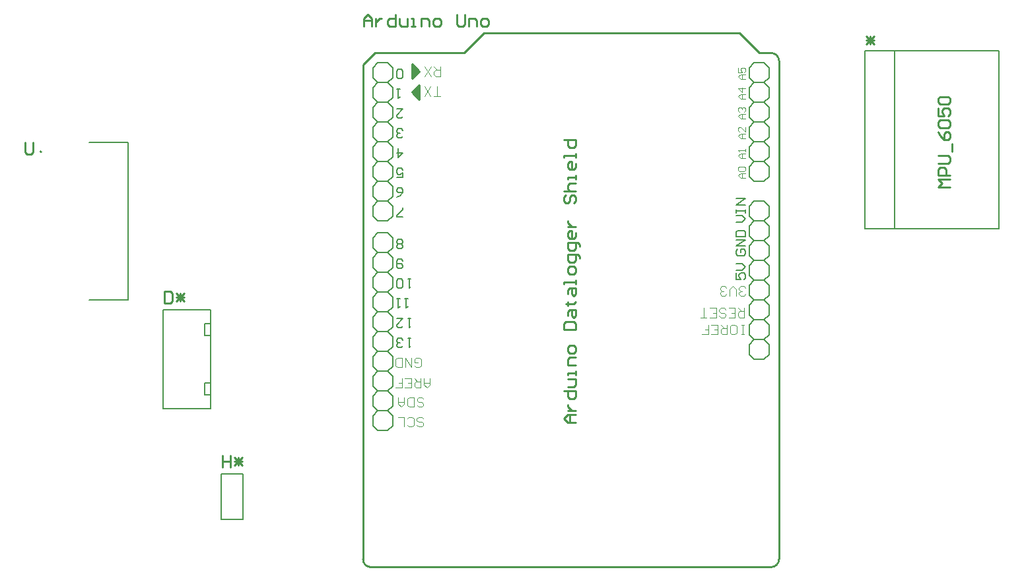
<source format=gto>
G04*
G04 #@! TF.GenerationSoftware,Altium Limited,Altium Designer,23.9.2 (47)*
G04*
G04 Layer_Color=65535*
%FSLAX44Y44*%
%MOMM*%
G71*
G04*
G04 #@! TF.SameCoordinates,78F578D7-C6A0-49DB-A759-4A378E73C2F3*
G04*
G04*
G04 #@! TF.FilePolarity,Positive*
G04*
G01*
G75*
%ADD10C,0.2000*%
%ADD11C,0.2540*%
%ADD12C,0.1270*%
%ADD13C,0.1524*%
%ADD14C,0.3048*%
%ADD15C,0.1451*%
%ADD16C,0.1036*%
%ADD17C,0.1209*%
D10*
X352130Y967740D02*
G03*
X352130Y967740I-1000J0D01*
G01*
X561340Y655320D02*
X568960D01*
X561340D02*
Y670560D01*
X568960D01*
X561340Y731520D02*
X568960D01*
X561340D02*
Y746760D01*
X568960D01*
X508000Y764540D02*
X568960D01*
Y637540D02*
Y764540D01*
X508000Y637540D02*
X568960D01*
X508000D02*
Y764540D01*
X610870Y495300D02*
Y553720D01*
X582930D02*
X610870D01*
X582930Y495300D02*
Y553720D01*
Y495300D02*
X610870D01*
X1446530Y1097280D02*
X1446530Y868680D01*
X1408430D02*
X1579880D01*
Y1097280D01*
X1408430D02*
X1579880D01*
X1408430Y868680D02*
Y1097280D01*
D11*
X1297940Y1084834D02*
G03*
X1287780Y1094740I-10033J-127D01*
G01*
Y434340D02*
G03*
X1297940Y444500I0J10160D01*
G01*
X764540D02*
G03*
X774446Y434340I10033J-127D01*
G01*
X764540Y444500D02*
Y1079500D01*
X779780Y1094740D01*
X894080D01*
X919480Y1120140D02*
X1247140D01*
X1272540Y1094740D01*
X1287780D01*
X1297940Y444500D02*
Y1084834D01*
X774446Y434340D02*
X1287780D01*
X894080Y1094740D02*
X919480Y1120140D01*
X1037540Y619940D02*
X1027383D01*
X1022305Y625018D01*
X1027383Y630097D01*
X1037540D01*
X1029922D01*
Y619940D01*
X1027383Y635175D02*
X1037540D01*
X1032462D01*
X1029922Y637714D01*
X1027383Y640253D01*
Y642793D01*
X1022305Y660567D02*
X1037540D01*
Y652949D01*
X1035001Y650410D01*
X1029922D01*
X1027383Y652949D01*
Y660567D01*
Y665645D02*
X1035001D01*
X1037540Y668184D01*
Y675802D01*
X1027383D01*
X1037540Y680880D02*
Y685959D01*
Y683419D01*
X1027383D01*
Y680880D01*
X1037540Y693576D02*
X1027383D01*
Y701194D01*
X1029922Y703733D01*
X1037540D01*
Y711350D02*
Y716429D01*
X1035001Y718968D01*
X1029922D01*
X1027383Y716429D01*
Y711350D01*
X1029922Y708811D01*
X1035001D01*
X1037540Y711350D01*
X1022305Y739281D02*
X1037540D01*
Y746899D01*
X1035001Y749438D01*
X1024844D01*
X1022305Y746899D01*
Y739281D01*
X1027383Y757056D02*
Y762134D01*
X1029922Y764673D01*
X1037540D01*
Y757056D01*
X1035001Y754516D01*
X1032462Y757056D01*
Y764673D01*
X1024844Y772291D02*
X1027383D01*
Y769752D01*
Y774830D01*
Y772291D01*
X1035001D01*
X1037540Y774830D01*
X1027383Y784987D02*
Y790065D01*
X1029922Y792604D01*
X1037540D01*
Y784987D01*
X1035001Y782447D01*
X1032462Y784987D01*
Y792604D01*
X1037540Y797682D02*
Y802761D01*
Y800222D01*
X1022305D01*
Y797682D01*
X1037540Y812918D02*
Y817996D01*
X1035001Y820535D01*
X1029922D01*
X1027383Y817996D01*
Y812918D01*
X1029922Y810378D01*
X1035001D01*
X1037540Y812918D01*
X1042618Y830692D02*
Y833231D01*
X1040079Y835770D01*
X1027383D01*
Y828153D01*
X1029922Y825613D01*
X1035001D01*
X1037540Y828153D01*
Y835770D01*
X1042618Y845927D02*
Y848466D01*
X1040079Y851005D01*
X1027383D01*
Y843388D01*
X1029922Y840848D01*
X1035001D01*
X1037540Y843388D01*
Y851005D01*
Y863701D02*
Y858623D01*
X1035001Y856084D01*
X1029922D01*
X1027383Y858623D01*
Y863701D01*
X1029922Y866240D01*
X1032462D01*
Y856084D01*
X1027383Y871319D02*
X1037540D01*
X1032462D01*
X1029922Y873858D01*
X1027383Y876397D01*
Y878936D01*
X1024844Y911945D02*
X1022305Y909406D01*
Y904328D01*
X1024844Y901789D01*
X1027383D01*
X1029922Y904328D01*
Y909406D01*
X1032462Y911945D01*
X1035001D01*
X1037540Y909406D01*
Y904328D01*
X1035001Y901789D01*
X1022305Y917024D02*
X1037540D01*
X1029922D01*
X1027383Y919563D01*
Y924641D01*
X1029922Y927181D01*
X1037540D01*
Y932259D02*
Y937337D01*
Y934798D01*
X1027383D01*
Y932259D01*
X1037540Y952572D02*
Y947494D01*
X1035001Y944955D01*
X1029922D01*
X1027383Y947494D01*
Y952572D01*
X1029922Y955112D01*
X1032462D01*
Y944955D01*
X1037540Y960190D02*
Y965268D01*
Y962729D01*
X1022305D01*
Y960190D01*
Y983043D02*
X1037540D01*
Y975425D01*
X1035001Y972886D01*
X1029922D01*
X1027383Y975425D01*
Y983043D01*
X1517651Y922020D02*
X1502416D01*
X1507494Y927098D01*
X1502416Y932177D01*
X1517651D01*
Y937255D02*
X1502416D01*
Y944873D01*
X1504955Y947412D01*
X1510033D01*
X1512572Y944873D01*
Y937255D01*
X1502416Y952490D02*
X1515112D01*
X1517651Y955029D01*
Y960108D01*
X1515112Y962647D01*
X1502416D01*
X1520190Y967725D02*
Y977882D01*
X1502416Y993117D02*
X1504955Y988039D01*
X1510033Y982960D01*
X1515112D01*
X1517651Y985499D01*
Y990578D01*
X1515112Y993117D01*
X1512572D01*
X1510033Y990578D01*
Y982960D01*
X1504955Y998195D02*
X1502416Y1000734D01*
Y1005813D01*
X1504955Y1008352D01*
X1515112D01*
X1517651Y1005813D01*
Y1000734D01*
X1515112Y998195D01*
X1504955D01*
X1502416Y1023587D02*
Y1013430D01*
X1510033D01*
X1507494Y1018509D01*
Y1021048D01*
X1510033Y1023587D01*
X1515112D01*
X1517651Y1021048D01*
Y1015970D01*
X1515112Y1013430D01*
X1504955Y1028665D02*
X1502416Y1031205D01*
Y1036283D01*
X1504955Y1038822D01*
X1515112D01*
X1517651Y1036283D01*
Y1031205D01*
X1515112Y1028665D01*
X1504955D01*
X331470Y979927D02*
Y967231D01*
X334009Y964692D01*
X339087D01*
X341627Y967231D01*
Y979927D01*
X584454Y577591D02*
Y562356D01*
Y569973D01*
X594611D01*
Y577591D01*
Y562356D01*
X599689Y575052D02*
X609846Y564895D01*
X599689D02*
X609846Y575052D01*
X599689Y569973D02*
X609846D01*
X604767Y564895D02*
Y575052D01*
X509524Y788411D02*
Y773176D01*
X517141D01*
X519681Y775715D01*
Y785872D01*
X517141Y788411D01*
X509524D01*
X524759Y785872D02*
X534916Y775715D01*
X524759D02*
X534916Y785872D01*
X524759Y780794D02*
X534916D01*
X529837Y775715D02*
Y785872D01*
X765810Y1129030D02*
Y1139187D01*
X770888Y1144265D01*
X775967Y1139187D01*
Y1129030D01*
Y1136647D01*
X765810D01*
X781045Y1139187D02*
Y1129030D01*
Y1134108D01*
X783584Y1136647D01*
X786123Y1139187D01*
X788663D01*
X806437Y1144265D02*
Y1129030D01*
X798819D01*
X796280Y1131569D01*
Y1136647D01*
X798819Y1139187D01*
X806437D01*
X811515D02*
Y1131569D01*
X814054Y1129030D01*
X821672D01*
Y1139187D01*
X826750Y1129030D02*
X831829D01*
X829289D01*
Y1139187D01*
X826750D01*
X839446Y1129030D02*
Y1139187D01*
X847064D01*
X849603Y1136647D01*
Y1129030D01*
X857220D02*
X862299D01*
X864838Y1131569D01*
Y1136647D01*
X862299Y1139187D01*
X857220D01*
X854681Y1136647D01*
Y1131569D01*
X857220Y1129030D01*
X885151Y1144265D02*
Y1131569D01*
X887691Y1129030D01*
X892769D01*
X895308Y1131569D01*
Y1144265D01*
X900387Y1129030D02*
Y1139187D01*
X908004D01*
X910543Y1136647D01*
Y1129030D01*
X918161D02*
X923239D01*
X925778Y1131569D01*
Y1136647D01*
X923239Y1139187D01*
X918161D01*
X915621Y1136647D01*
Y1131569D01*
X918161Y1129030D01*
X1409954Y1116072D02*
X1420111Y1105915D01*
X1409954D02*
X1420111Y1116072D01*
X1409954Y1110993D02*
X1420111D01*
X1415032Y1105915D02*
Y1116072D01*
D12*
X413330Y979840D02*
X463330D01*
X413330Y777840D02*
X463330D01*
Y979840D01*
D13*
X777240Y885190D02*
Y897890D01*
X783590Y904240D01*
X796290D02*
X802640Y897890D01*
X777240Y885190D02*
X783590Y878840D01*
X796290D01*
X802640Y885190D01*
Y897890D01*
X777240Y1062990D02*
Y1075690D01*
X783590Y1082040D01*
X796290D02*
X802640Y1075690D01*
X783590Y1082040D02*
X796290D01*
X777240Y1050290D02*
X783590Y1056640D01*
X777240Y1037590D02*
Y1050290D01*
Y1037590D02*
X783590Y1031240D01*
X796290D01*
X802640Y1037590D01*
Y1050290D01*
X796290Y1056640D02*
X802640Y1050290D01*
X777240Y1062990D02*
X783590Y1056640D01*
X796290D01*
X802640Y1062990D01*
Y1075690D01*
X777240Y986790D02*
Y999490D01*
X783590Y1005840D01*
X796290D02*
X802640Y999490D01*
X777240Y1024890D02*
X783590Y1031240D01*
X777240Y1012190D02*
Y1024890D01*
Y1012190D02*
X783590Y1005840D01*
X796290D01*
X802640Y1012190D01*
Y1024890D01*
X796290Y1031240D02*
X802640Y1024890D01*
X777240Y974090D02*
X783590Y980440D01*
X777240Y961390D02*
Y974090D01*
Y961390D02*
X783590Y955040D01*
X796290D01*
X802640Y961390D01*
Y974090D01*
X796290Y980440D02*
X802640Y974090D01*
X777240Y986790D02*
X783590Y980440D01*
X796290D01*
X802640Y986790D01*
Y999490D01*
X777240Y910590D02*
Y923290D01*
X783590Y929640D01*
X796290D02*
X802640Y923290D01*
X777240Y948690D02*
X783590Y955040D01*
X777240Y935990D02*
Y948690D01*
Y935990D02*
X783590Y929640D01*
X796290D01*
X802640Y935990D01*
Y948690D01*
X796290Y955040D02*
X802640Y948690D01*
X777240Y910590D02*
X783590Y904240D01*
X796290D01*
X802640Y910590D01*
Y923290D01*
X777240Y615950D02*
Y628650D01*
X783590Y635000D01*
X796290D02*
X802640Y628650D01*
X777240Y615950D02*
X783590Y609600D01*
X796290D01*
X802640Y615950D01*
Y628650D01*
X777240Y844550D02*
Y857250D01*
X783590Y863600D01*
X796290D02*
X802640Y857250D01*
X783590Y863600D02*
X796290D01*
X777240Y831850D02*
X783590Y838200D01*
X777240Y819150D02*
Y831850D01*
Y819150D02*
X783590Y812800D01*
X796290D01*
X802640Y819150D01*
Y831850D01*
X796290Y838200D02*
X802640Y831850D01*
X777240Y844550D02*
X783590Y838200D01*
X796290D01*
X802640Y844550D01*
Y857250D01*
X777240Y768350D02*
Y781050D01*
X783590Y787400D01*
X796290D02*
X802640Y781050D01*
X777240Y806450D02*
X783590Y812800D01*
X777240Y793750D02*
Y806450D01*
Y793750D02*
X783590Y787400D01*
X796290D01*
X802640Y793750D01*
Y806450D01*
X796290Y812800D02*
X802640Y806450D01*
X777240Y755650D02*
X783590Y762000D01*
X777240Y742950D02*
Y755650D01*
Y742950D02*
X783590Y736600D01*
X796290D01*
X802640Y742950D01*
Y755650D01*
X796290Y762000D02*
X802640Y755650D01*
X777240Y768350D02*
X783590Y762000D01*
X796290D01*
X802640Y768350D01*
Y781050D01*
X777240Y692150D02*
Y704850D01*
X783590Y711200D01*
X796290D02*
X802640Y704850D01*
X777240Y730250D02*
X783590Y736600D01*
X777240Y717550D02*
Y730250D01*
Y717550D02*
X783590Y711200D01*
X796290D01*
X802640Y717550D01*
Y730250D01*
X796290Y736600D02*
X802640Y730250D01*
X777240Y679450D02*
X783590Y685800D01*
X777240Y666750D02*
Y679450D01*
Y666750D02*
X783590Y660400D01*
X796290D01*
X802640Y666750D01*
Y679450D01*
X796290Y685800D02*
X802640Y679450D01*
X777240Y692150D02*
X783590Y685800D01*
X796290D01*
X802640Y692150D01*
Y704850D01*
X777240Y654050D02*
X783590Y660400D01*
X777240Y641350D02*
Y654050D01*
Y641350D02*
X783590Y635000D01*
X796290D01*
X802640Y641350D01*
Y654050D01*
X796290Y660400D02*
X802640Y654050D01*
X1285240Y1062990D02*
Y1075690D01*
X1278890Y1056640D02*
X1285240Y1062990D01*
X1259840D02*
X1266190Y1056640D01*
X1278890Y1082040D02*
X1285240Y1075690D01*
X1266190Y1082040D02*
X1278890D01*
X1259840Y1075690D02*
X1266190Y1082040D01*
X1259840Y1062990D02*
Y1075690D01*
X1285240Y935990D02*
Y948690D01*
X1278890Y929640D02*
X1285240Y935990D01*
X1259840D02*
X1266190Y929640D01*
X1278890D01*
Y955040D02*
X1285240Y961390D01*
Y974090D01*
X1278890Y980440D02*
X1285240Y974090D01*
X1266190Y980440D02*
X1278890D01*
X1259840Y974090D02*
X1266190Y980440D01*
X1259840Y961390D02*
Y974090D01*
Y961390D02*
X1266190Y955040D01*
X1278890D02*
X1285240Y948690D01*
X1266190Y955040D02*
X1278890D01*
X1259840Y948690D02*
X1266190Y955040D01*
X1259840Y935990D02*
Y948690D01*
X1285240Y1012190D02*
Y1024890D01*
X1278890Y1005840D02*
X1285240Y1012190D01*
X1259840D02*
X1266190Y1005840D01*
X1278890Y980440D02*
X1285240Y986790D01*
Y999490D01*
X1278890Y1005840D02*
X1285240Y999490D01*
X1266190Y1005840D02*
X1278890D01*
X1259840Y999490D02*
X1266190Y1005840D01*
X1259840Y986790D02*
Y999490D01*
Y986790D02*
X1266190Y980440D01*
X1278890Y1031240D02*
X1285240Y1037590D01*
Y1050290D01*
X1278890Y1056640D02*
X1285240Y1050290D01*
X1266190Y1056640D02*
X1278890D01*
X1259840Y1050290D02*
X1266190Y1056640D01*
X1259840Y1037590D02*
Y1050290D01*
Y1037590D02*
X1266190Y1031240D01*
X1278890D02*
X1285240Y1024890D01*
X1266190Y1031240D02*
X1278890D01*
X1259840Y1024890D02*
X1266190Y1031240D01*
X1259840Y1012190D02*
Y1024890D01*
X1285240Y885190D02*
Y897890D01*
X1278890Y878840D02*
X1285240Y885190D01*
X1259840D02*
X1266190Y878840D01*
X1278890Y904240D02*
X1285240Y897890D01*
X1266190Y904240D02*
X1278890D01*
X1259840Y897890D02*
X1266190Y904240D01*
X1259840Y885190D02*
Y897890D01*
X1285240Y707390D02*
Y720090D01*
X1278890Y701040D02*
X1285240Y707390D01*
X1259840D02*
X1266190Y701040D01*
X1278890D01*
Y726440D02*
X1285240Y732790D01*
Y745490D01*
X1278890Y751840D02*
X1285240Y745490D01*
X1266190Y751840D02*
X1278890D01*
X1259840Y745490D02*
X1266190Y751840D01*
X1259840Y732790D02*
Y745490D01*
Y732790D02*
X1266190Y726440D01*
X1278890D02*
X1285240Y720090D01*
X1266190Y726440D02*
X1278890D01*
X1259840Y720090D02*
X1266190Y726440D01*
X1259840Y707390D02*
Y720090D01*
X1285240Y783590D02*
Y796290D01*
X1278890Y777240D02*
X1285240Y783590D01*
X1259840D02*
X1266190Y777240D01*
X1278890Y751840D02*
X1285240Y758190D01*
Y770890D01*
X1278890Y777240D02*
X1285240Y770890D01*
X1266190Y777240D02*
X1278890D01*
X1259840Y770890D02*
X1266190Y777240D01*
X1259840Y758190D02*
Y770890D01*
Y758190D02*
X1266190Y751840D01*
X1278890Y802640D02*
X1285240Y808990D01*
Y821690D01*
X1278890Y828040D02*
X1285240Y821690D01*
X1266190Y828040D02*
X1278890D01*
X1259840Y821690D02*
X1266190Y828040D01*
X1259840Y808990D02*
Y821690D01*
Y808990D02*
X1266190Y802640D01*
X1278890D02*
X1285240Y796290D01*
X1266190Y802640D02*
X1278890D01*
X1259840Y796290D02*
X1266190Y802640D01*
X1259840Y783590D02*
Y796290D01*
X1285240Y859790D02*
Y872490D01*
X1278890Y853440D02*
X1285240Y859790D01*
X1259840D02*
X1266190Y853440D01*
X1278890Y828040D02*
X1285240Y834390D01*
Y847090D01*
X1278890Y853440D02*
X1285240Y847090D01*
X1266190Y853440D02*
X1278890D01*
X1259840Y847090D02*
X1266190Y853440D01*
X1259840Y834390D02*
Y847090D01*
Y834390D02*
X1266190Y828040D01*
X1278890Y878840D02*
X1285240Y872490D01*
X1266190Y878840D02*
X1278890D01*
X1259840Y872490D02*
X1266190Y878840D01*
X1259840Y859790D02*
Y872490D01*
D14*
X836930Y1035050D02*
Y1052830D01*
X828040Y1043940D02*
X836930Y1052830D01*
X828040Y1043940D02*
X836930Y1035050D01*
X828040Y1061720D02*
Y1079500D01*
Y1061720D02*
X836930Y1070610D01*
X828040Y1079500D02*
X836930Y1070610D01*
X830580Y1043940D02*
X835660Y1038860D01*
X830580Y1043940D02*
X835660Y1049020D01*
Y1041400D02*
Y1049020D01*
X833120Y1045210D02*
X835660Y1041400D01*
X829310Y1065530D02*
Y1075690D01*
X834390Y1070610D01*
X830580Y1066800D02*
X834390Y1070610D01*
X830580Y1066800D02*
Y1071880D01*
X831850Y1070610D02*
X833120D01*
D15*
X1242673Y811968D02*
Y803910D01*
X1248717D01*
X1246702Y807939D01*
Y809953D01*
X1248717Y811968D01*
X1252746D01*
X1254760Y809953D01*
Y805924D01*
X1252746Y803910D01*
X1242673Y815996D02*
X1250731D01*
X1254760Y820025D01*
X1250731Y824054D01*
X1242673D01*
Y877570D02*
X1250731D01*
X1254760Y881599D01*
X1250731Y885628D01*
X1242673D01*
Y889657D02*
Y893685D01*
Y891671D01*
X1254760D01*
Y889657D01*
Y893685D01*
Y899729D02*
X1242673D01*
X1254760Y907786D01*
X1242673D01*
X1244688Y842702D02*
X1242673Y840687D01*
Y836658D01*
X1244688Y834644D01*
X1252746D01*
X1254760Y836658D01*
Y840687D01*
X1252746Y842702D01*
X1248717D01*
Y838673D01*
X1254760Y846730D02*
X1242673D01*
X1254760Y854788D01*
X1242673D01*
Y858817D02*
X1254760D01*
Y864860D01*
X1252746Y866875D01*
X1244688D01*
X1242673Y864860D01*
Y858817D01*
X825850Y728366D02*
X821821D01*
X823835D01*
Y716280D01*
X825850Y718294D01*
X815778D02*
X813763Y716280D01*
X809734D01*
X807720Y718294D01*
Y720309D01*
X809734Y722323D01*
X811749D01*
X809734D01*
X807720Y724338D01*
Y726352D01*
X809734Y728366D01*
X813763D01*
X815778Y726352D01*
X825850Y753766D02*
X821821D01*
X823835D01*
Y741680D01*
X825850Y743694D01*
X807720Y753766D02*
X815778D01*
X807720Y745709D01*
Y743694D01*
X809734Y741680D01*
X813763D01*
X815778Y743694D01*
X821821Y779166D02*
X817792D01*
X819807D01*
Y767080D01*
X821821Y769094D01*
X811749Y779166D02*
X807720D01*
X809734D01*
Y767080D01*
X811749Y769094D01*
X825850Y804566D02*
X821821D01*
X823835D01*
Y792480D01*
X825850Y794494D01*
X815778D02*
X813763Y792480D01*
X809734D01*
X807720Y794494D01*
Y802552D01*
X809734Y804566D01*
X813763D01*
X815778Y802552D01*
Y794494D01*
Y827952D02*
X813763Y829967D01*
X809734D01*
X807720Y827952D01*
Y819894D01*
X809734Y817880D01*
X813763D01*
X815778Y819894D01*
Y821909D01*
X813763Y823923D01*
X807720D01*
X815778Y845294D02*
X813763Y843280D01*
X809734D01*
X807720Y845294D01*
Y847309D01*
X809734Y849323D01*
X807720Y851338D01*
Y853352D01*
X809734Y855367D01*
X813763D01*
X815778Y853352D01*
Y851338D01*
X813763Y849323D01*
X815778Y847309D01*
Y845294D01*
X813763Y849323D02*
X809734D01*
X815778Y883920D02*
X807720D01*
Y885934D01*
X815778Y893992D01*
Y896006D01*
X807720Y909320D02*
X811749Y911334D01*
X815778Y915363D01*
Y919392D01*
X813763Y921406D01*
X809734D01*
X807720Y919392D01*
Y917378D01*
X809734Y915363D01*
X815778D01*
X807720Y934720D02*
X815778D01*
Y940763D01*
X811749Y938749D01*
X809734D01*
X807720Y940763D01*
Y944792D01*
X809734Y946806D01*
X813763D01*
X815778Y944792D01*
X809734Y972206D02*
Y960120D01*
X815778Y966163D01*
X807720D01*
X815778Y987534D02*
X813763Y985520D01*
X809734D01*
X807720Y987534D01*
Y989549D01*
X809734Y991563D01*
X811749D01*
X809734D01*
X807720Y993578D01*
Y995592D01*
X809734Y997607D01*
X813763D01*
X815778Y995592D01*
X807720Y1023007D02*
X815778D01*
X807720Y1014949D01*
Y1012934D01*
X809734Y1010920D01*
X813763D01*
X815778Y1012934D01*
X811749Y1048407D02*
X807720D01*
X809734D01*
Y1036320D01*
X811749Y1038334D01*
X815778Y1063734D02*
X813763Y1061720D01*
X809734D01*
X807720Y1063734D01*
Y1071792D01*
X809734Y1073807D01*
X813763D01*
X815778Y1071792D01*
Y1063734D01*
D16*
X1254506Y934466D02*
X1248751D01*
X1245873Y937344D01*
X1248751Y940221D01*
X1254506D01*
X1250189D01*
Y934466D01*
X1247312Y943099D02*
X1245873Y944538D01*
Y947416D01*
X1247312Y948855D01*
X1253067D01*
X1254506Y947416D01*
Y944538D01*
X1253067Y943099D01*
X1247312D01*
X1254506Y959866D02*
X1248751D01*
X1245873Y962744D01*
X1248751Y965621D01*
X1254506D01*
X1250189D01*
Y959866D01*
X1254506Y968499D02*
Y971377D01*
Y969938D01*
X1245873D01*
X1247312Y968499D01*
X1254506Y985266D02*
X1248751D01*
X1245873Y988144D01*
X1248751Y991021D01*
X1254506D01*
X1250189D01*
Y985266D01*
X1254506Y999655D02*
Y993899D01*
X1248751Y999655D01*
X1247312D01*
X1245873Y998216D01*
Y995338D01*
X1247312Y993899D01*
X1254506Y1010666D02*
X1248751D01*
X1245873Y1013544D01*
X1248751Y1016422D01*
X1254506D01*
X1250189D01*
Y1010666D01*
X1247312Y1019299D02*
X1245873Y1020738D01*
Y1023616D01*
X1247312Y1025055D01*
X1248751D01*
X1250189Y1023616D01*
Y1022177D01*
Y1023616D01*
X1251628Y1025055D01*
X1253067D01*
X1254506Y1023616D01*
Y1020738D01*
X1253067Y1019299D01*
X1254506Y1036066D02*
X1248751D01*
X1245873Y1038944D01*
X1248751Y1041822D01*
X1254506D01*
X1250189D01*
Y1036066D01*
X1254506Y1049016D02*
X1245873D01*
X1250189Y1044699D01*
Y1050455D01*
X1254506Y1061466D02*
X1248751D01*
X1245873Y1064344D01*
X1248751Y1067222D01*
X1254506D01*
X1250189D01*
Y1061466D01*
X1245873Y1075855D02*
Y1070099D01*
X1250189D01*
X1248751Y1072977D01*
Y1074416D01*
X1250189Y1075855D01*
X1253067D01*
X1254506Y1074416D01*
Y1071538D01*
X1253067Y1070099D01*
D17*
X850513Y676805D02*
Y668747D01*
X846484Y664718D01*
X842456Y668747D01*
Y676805D01*
Y670761D01*
X850513D01*
X838427Y676805D02*
Y664718D01*
X832383D01*
X830369Y666732D01*
Y670761D01*
X832383Y672776D01*
X838427D01*
X834398D02*
X830369Y676805D01*
X818282Y664718D02*
X826340D01*
Y676805D01*
X818282D01*
X826340Y670761D02*
X822311D01*
X806196Y664718D02*
X814254D01*
Y670761D01*
X810225D01*
X814254D01*
Y676805D01*
X830623Y693148D02*
X832637Y691134D01*
X836666D01*
X838681Y693148D01*
Y701206D01*
X836666Y703221D01*
X832637D01*
X830623Y701206D01*
Y697177D01*
X834652D01*
X826594Y703221D02*
Y691134D01*
X818537Y703221D01*
Y691134D01*
X814508D02*
Y703221D01*
X808464D01*
X806450Y701206D01*
Y693148D01*
X808464Y691134D01*
X814508D01*
X1253490Y767080D02*
Y754994D01*
X1247447D01*
X1245432Y757008D01*
Y761037D01*
X1247447Y763051D01*
X1253490D01*
X1249461D02*
X1245432Y767080D01*
X1233346Y754994D02*
X1241404D01*
Y767080D01*
X1233346D01*
X1241404Y761037D02*
X1237375D01*
X1221259Y757008D02*
X1223274Y754994D01*
X1227303D01*
X1229317Y757008D01*
Y759022D01*
X1227303Y761037D01*
X1223274D01*
X1221259Y763051D01*
Y765066D01*
X1223274Y767080D01*
X1227303D01*
X1229317Y765066D01*
X1209173Y754994D02*
X1217231D01*
Y767080D01*
X1209173D01*
X1217231Y761037D02*
X1213202D01*
X1205144Y754994D02*
X1197086D01*
X1201115D01*
Y767080D01*
X1254760Y784948D02*
X1252746Y782934D01*
X1248717D01*
X1246702Y784948D01*
Y786962D01*
X1248717Y788977D01*
X1250731D01*
X1248717D01*
X1246702Y790991D01*
Y793006D01*
X1248717Y795020D01*
X1252746D01*
X1254760Y793006D01*
X1242673Y782934D02*
Y790991D01*
X1238645Y795020D01*
X1234616Y790991D01*
Y782934D01*
X1230587Y784948D02*
X1228573Y782934D01*
X1224544D01*
X1222529Y784948D01*
Y786962D01*
X1224544Y788977D01*
X1226558D01*
X1224544D01*
X1222529Y790991D01*
Y793006D01*
X1224544Y795020D01*
X1228573D01*
X1230587Y793006D01*
X1253490Y733403D02*
X1249461D01*
X1251476D01*
Y745490D01*
X1253490D01*
X1249461D01*
X1237375Y733403D02*
X1241404D01*
X1243418Y735418D01*
Y743476D01*
X1241404Y745490D01*
X1237375D01*
X1235360Y743476D01*
Y735418D01*
X1237375Y733403D01*
X1231331Y745490D02*
Y733403D01*
X1225288D01*
X1223274Y735418D01*
Y739447D01*
X1225288Y741461D01*
X1231331D01*
X1227303D02*
X1223274Y745490D01*
X1211187Y733403D02*
X1219245D01*
Y745490D01*
X1211187D01*
X1219245Y739447D02*
X1215216D01*
X1199101Y733403D02*
X1207159D01*
Y739447D01*
X1203130D01*
X1207159D01*
Y745490D01*
X863346Y1039473D02*
X855288D01*
X859317D01*
Y1051560D01*
X851260Y1039473D02*
X843202Y1051560D01*
Y1039473D02*
X851260Y1051560D01*
X863600Y1076960D02*
Y1064874D01*
X857557D01*
X855542Y1066888D01*
Y1070917D01*
X857557Y1072931D01*
X863600D01*
X859571D02*
X855542Y1076960D01*
X851514Y1064874D02*
X843456Y1076960D01*
Y1064874D02*
X851514Y1076960D01*
X833482Y616868D02*
X835497Y614854D01*
X839526D01*
X841540Y616868D01*
Y618882D01*
X839526Y620897D01*
X835497D01*
X833482Y622911D01*
Y624926D01*
X835497Y626940D01*
X839526D01*
X841540Y624926D01*
X821396Y616868D02*
X823410Y614854D01*
X827439D01*
X829454Y616868D01*
Y624926D01*
X827439Y626940D01*
X823410D01*
X821396Y624926D01*
X817367Y614854D02*
Y626940D01*
X809309D01*
X833612Y642154D02*
X835627Y640139D01*
X839656D01*
X841670Y642154D01*
Y644168D01*
X839656Y646183D01*
X835627D01*
X833612Y648197D01*
Y650212D01*
X835627Y652226D01*
X839656D01*
X841670Y650212D01*
X829584Y640139D02*
Y652226D01*
X823540D01*
X821526Y650212D01*
Y642154D01*
X823540Y640139D01*
X829584D01*
X817497Y652226D02*
Y644168D01*
X813468Y640139D01*
X809439Y644168D01*
Y652226D01*
Y646183D01*
X817497D01*
M02*

</source>
